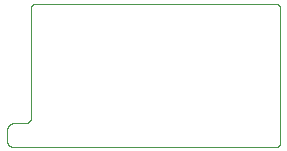
<source format=gbr>
G04 EAGLE Gerber RS-274X export*
G75*
%MOMM*%
%FSLAX34Y34*%
%LPD*%
%INSilkscreen Bottom*%
%IPPOS*%
%AMOC8*
5,1,8,0,0,1.08239X$1,22.5*%
G01*
%ADD10C,0.076200*%


D10*
X26175Y130500D02*
X230825Y130500D01*
X230936Y130498D01*
X231046Y130492D01*
X231157Y130483D01*
X231267Y130469D01*
X231376Y130452D01*
X231485Y130431D01*
X231593Y130406D01*
X231700Y130377D01*
X231806Y130345D01*
X231911Y130309D01*
X232014Y130269D01*
X232116Y130226D01*
X232217Y130179D01*
X232316Y130128D01*
X232413Y130075D01*
X232507Y130018D01*
X232600Y129957D01*
X232691Y129894D01*
X232780Y129827D01*
X232866Y129757D01*
X232949Y129684D01*
X233031Y129609D01*
X233109Y129531D01*
X233184Y129449D01*
X233257Y129366D01*
X233327Y129280D01*
X233394Y129191D01*
X233457Y129100D01*
X233518Y129007D01*
X233575Y128913D01*
X233628Y128816D01*
X233679Y128717D01*
X233726Y128616D01*
X233769Y128514D01*
X233809Y128411D01*
X233845Y128306D01*
X233877Y128200D01*
X233906Y128093D01*
X233931Y127985D01*
X233952Y127876D01*
X233969Y127767D01*
X233983Y127657D01*
X233992Y127546D01*
X233998Y127436D01*
X234000Y127325D01*
X234000Y12675D01*
X233998Y12564D01*
X233992Y12454D01*
X233983Y12343D01*
X233969Y12233D01*
X233952Y12124D01*
X233931Y12015D01*
X233906Y11907D01*
X233877Y11800D01*
X233845Y11694D01*
X233809Y11589D01*
X233769Y11486D01*
X233726Y11384D01*
X233679Y11283D01*
X233628Y11184D01*
X233575Y11087D01*
X233518Y10993D01*
X233457Y10900D01*
X233394Y10809D01*
X233327Y10720D01*
X233257Y10634D01*
X233184Y10551D01*
X233109Y10469D01*
X233031Y10391D01*
X232949Y10316D01*
X232866Y10243D01*
X232780Y10173D01*
X232691Y10106D01*
X232600Y10043D01*
X232507Y9982D01*
X232412Y9925D01*
X232316Y9872D01*
X232217Y9821D01*
X232116Y9774D01*
X232014Y9731D01*
X231911Y9691D01*
X231806Y9655D01*
X231700Y9623D01*
X231593Y9594D01*
X231485Y9569D01*
X231376Y9548D01*
X231267Y9531D01*
X231157Y9517D01*
X231046Y9508D01*
X230936Y9502D01*
X230825Y9500D01*
X8000Y9500D01*
X3000Y14500D02*
X3000Y24500D01*
X3002Y24640D01*
X3008Y24780D01*
X3018Y24920D01*
X3031Y25060D01*
X3049Y25199D01*
X3071Y25338D01*
X3096Y25475D01*
X3125Y25613D01*
X3158Y25749D01*
X3195Y25884D01*
X3236Y26018D01*
X3281Y26151D01*
X3329Y26283D01*
X3381Y26413D01*
X3436Y26542D01*
X3495Y26669D01*
X3558Y26795D01*
X3624Y26919D01*
X3693Y27040D01*
X3766Y27160D01*
X3843Y27278D01*
X3922Y27393D01*
X4005Y27507D01*
X4091Y27617D01*
X4180Y27726D01*
X4272Y27832D01*
X4367Y27935D01*
X4464Y28036D01*
X4565Y28133D01*
X4668Y28228D01*
X4774Y28320D01*
X4883Y28409D01*
X4993Y28495D01*
X5107Y28578D01*
X5222Y28657D01*
X5340Y28734D01*
X5460Y28807D01*
X5581Y28876D01*
X5705Y28942D01*
X5831Y29005D01*
X5958Y29064D01*
X6087Y29119D01*
X6217Y29171D01*
X6349Y29219D01*
X6482Y29264D01*
X6616Y29305D01*
X6751Y29342D01*
X6887Y29375D01*
X7025Y29404D01*
X7162Y29429D01*
X7301Y29451D01*
X7440Y29469D01*
X7580Y29482D01*
X7720Y29492D01*
X7860Y29498D01*
X8000Y29500D01*
X18000Y29500D01*
X18140Y29502D01*
X18280Y29508D01*
X18420Y29518D01*
X18560Y29531D01*
X18699Y29549D01*
X18838Y29571D01*
X18975Y29596D01*
X19113Y29625D01*
X19249Y29658D01*
X19384Y29695D01*
X19518Y29736D01*
X19651Y29781D01*
X19783Y29829D01*
X19913Y29881D01*
X20042Y29936D01*
X20169Y29995D01*
X20295Y30058D01*
X20419Y30124D01*
X20540Y30193D01*
X20660Y30266D01*
X20778Y30343D01*
X20893Y30422D01*
X21007Y30505D01*
X21117Y30591D01*
X21226Y30680D01*
X21332Y30772D01*
X21435Y30867D01*
X21536Y30964D01*
X21633Y31065D01*
X21728Y31168D01*
X21820Y31274D01*
X21909Y31383D01*
X21995Y31493D01*
X22078Y31607D01*
X22157Y31722D01*
X22234Y31840D01*
X22307Y31960D01*
X22376Y32081D01*
X22442Y32205D01*
X22505Y32331D01*
X22564Y32458D01*
X22619Y32587D01*
X22671Y32717D01*
X22719Y32849D01*
X22764Y32982D01*
X22805Y33116D01*
X22842Y33251D01*
X22875Y33387D01*
X22904Y33525D01*
X22929Y33662D01*
X22951Y33801D01*
X22969Y33940D01*
X22982Y34080D01*
X22992Y34220D01*
X22998Y34360D01*
X23000Y34500D01*
X23000Y127325D01*
X23002Y127436D01*
X23008Y127546D01*
X23017Y127657D01*
X23031Y127767D01*
X23048Y127876D01*
X23069Y127985D01*
X23094Y128093D01*
X23123Y128200D01*
X23155Y128306D01*
X23191Y128411D01*
X23231Y128514D01*
X23274Y128616D01*
X23321Y128717D01*
X23372Y128816D01*
X23425Y128913D01*
X23482Y129007D01*
X23543Y129100D01*
X23606Y129191D01*
X23673Y129280D01*
X23743Y129366D01*
X23816Y129449D01*
X23891Y129531D01*
X23969Y129609D01*
X24051Y129684D01*
X24134Y129757D01*
X24220Y129827D01*
X24309Y129894D01*
X24400Y129957D01*
X24493Y130018D01*
X24588Y130075D01*
X24684Y130128D01*
X24783Y130179D01*
X24884Y130226D01*
X24986Y130269D01*
X25089Y130309D01*
X25194Y130345D01*
X25300Y130377D01*
X25407Y130406D01*
X25515Y130431D01*
X25624Y130452D01*
X25733Y130469D01*
X25843Y130483D01*
X25954Y130492D01*
X26064Y130498D01*
X26175Y130500D01*
X3000Y14500D02*
X3002Y14360D01*
X3008Y14220D01*
X3018Y14080D01*
X3031Y13940D01*
X3049Y13801D01*
X3071Y13662D01*
X3096Y13525D01*
X3125Y13387D01*
X3158Y13251D01*
X3195Y13116D01*
X3236Y12982D01*
X3281Y12849D01*
X3329Y12717D01*
X3381Y12587D01*
X3436Y12458D01*
X3495Y12331D01*
X3558Y12205D01*
X3624Y12081D01*
X3693Y11960D01*
X3766Y11840D01*
X3843Y11722D01*
X3922Y11607D01*
X4005Y11493D01*
X4091Y11383D01*
X4180Y11274D01*
X4272Y11168D01*
X4367Y11065D01*
X4464Y10964D01*
X4565Y10867D01*
X4668Y10772D01*
X4774Y10680D01*
X4883Y10591D01*
X4993Y10505D01*
X5107Y10422D01*
X5222Y10343D01*
X5340Y10266D01*
X5460Y10193D01*
X5581Y10124D01*
X5705Y10058D01*
X5831Y9995D01*
X5958Y9936D01*
X6087Y9881D01*
X6217Y9829D01*
X6349Y9781D01*
X6482Y9736D01*
X6616Y9695D01*
X6751Y9658D01*
X6887Y9625D01*
X7025Y9596D01*
X7162Y9571D01*
X7301Y9549D01*
X7440Y9531D01*
X7580Y9518D01*
X7720Y9508D01*
X7860Y9502D01*
X8000Y9500D01*
M02*

</source>
